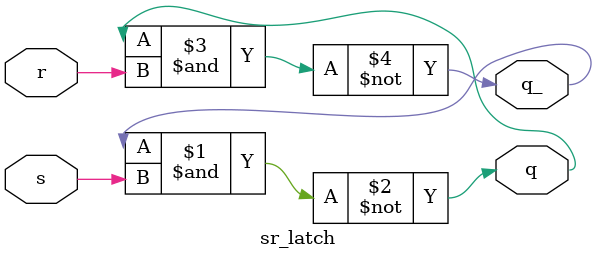
<source format=v>
`timescale 1ns / 1ps


module sr_latch(
input s,r,
output q,q_
    );
assign #1 q=~(q_&s);
assign #1 q_=~(q&r);
endmodule

</source>
